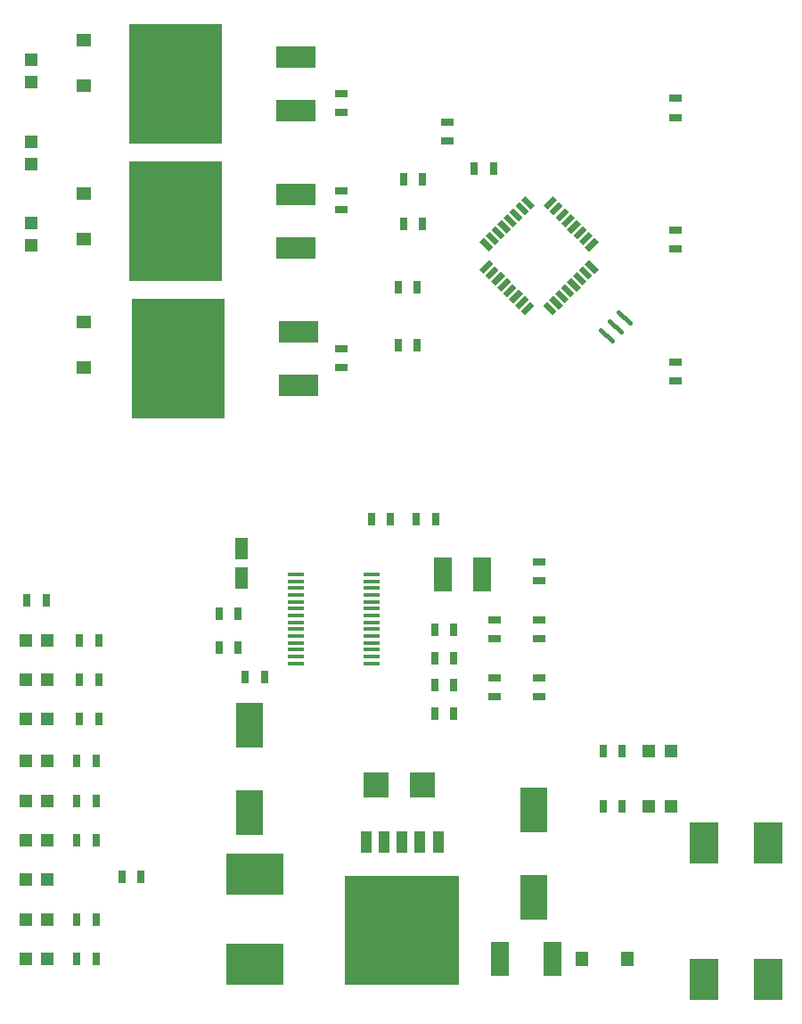
<source format=gbr>
G04 EAGLE Gerber RS-274X export*
G75*
%MOMM*%
%FSLAX34Y34*%
%LPD*%
%INSolderpaste Top*%
%IPPOS*%
%AMOC8*
5,1,8,0,0,1.08239X$1,22.5*%
G01*
%ADD10R,1.200000X1.200000*%
%ADD11R,1.270000X1.470000*%
%ADD12R,0.800000X1.200000*%
%ADD13R,1.780000X3.200000*%
%ADD14R,2.800000X2.400000*%
%ADD15R,2.799081X1.485900*%
%ADD16R,1.200000X0.800000*%
%ADD17R,1.470000X1.270000*%
%ADD18R,3.810000X2.082800*%
%ADD19R,8.890000X11.430000*%
%ADD20R,1.500000X0.400000*%
%ADD21R,1.700000X3.300000*%
%ADD22R,1.200000X2.000000*%
%ADD23R,1.270000X0.558800*%
%ADD24R,0.558800X1.270000*%
%ADD25C,0.450000*%
%ADD26R,2.500000X4.300000*%
%ADD27R,5.500000X4.000000*%
%ADD28R,10.800000X10.410000*%
%ADD29R,1.066800X2.159000*%
%ADD30R,2.400000X2.400000*%


D10*
X728000Y200000D03*
X707000Y200000D03*
D11*
X686500Y55000D03*
X643500Y55000D03*
D12*
X681500Y200000D03*
X663500Y200000D03*
D13*
X614900Y55000D03*
X565100Y55000D03*
D14*
X820000Y43000D03*
X820000Y157000D03*
X759000Y43000D03*
X759000Y157000D03*
D15*
X820000Y176391D03*
X758989Y176416D03*
X758989Y23610D03*
X820000Y23610D03*
D16*
X415000Y876500D03*
X415000Y858500D03*
D17*
X170000Y883500D03*
X170000Y926500D03*
D18*
X371400Y859600D03*
X371400Y910400D03*
D19*
X257100Y885000D03*
D16*
X732500Y621500D03*
X732500Y603500D03*
X732500Y746500D03*
X732500Y728500D03*
X415000Y784000D03*
X415000Y766000D03*
D17*
X170000Y738500D03*
X170000Y781500D03*
D18*
X371400Y729600D03*
X371400Y780400D03*
D19*
X257100Y755000D03*
D16*
X415000Y634000D03*
X415000Y616000D03*
D17*
X170000Y616000D03*
X170000Y659000D03*
D18*
X373900Y599600D03*
X373900Y650400D03*
D19*
X259600Y625000D03*
D16*
X732500Y871500D03*
X732500Y853500D03*
D20*
X371250Y419750D03*
X371250Y413250D03*
X371250Y406750D03*
X371250Y400250D03*
X371250Y393750D03*
X371250Y387250D03*
X371250Y380750D03*
X371250Y374250D03*
X371250Y367750D03*
X371250Y361250D03*
X371250Y354750D03*
X371250Y348250D03*
X371250Y341750D03*
X371250Y335250D03*
X443750Y335250D03*
X443750Y341750D03*
X443750Y348250D03*
X443750Y354750D03*
X443750Y361250D03*
X443750Y367750D03*
X443750Y374250D03*
X443750Y380750D03*
X443750Y387250D03*
X443750Y393750D03*
X443750Y400250D03*
X443750Y406750D03*
X443750Y413250D03*
X443750Y419750D03*
D12*
X316500Y350000D03*
X298500Y350000D03*
X316500Y382500D03*
X298500Y382500D03*
X341500Y322500D03*
X323500Y322500D03*
D21*
X511500Y420000D03*
X548500Y420000D03*
D12*
X503500Y340000D03*
X521500Y340000D03*
X503500Y367500D03*
X521500Y367500D03*
D16*
X560000Y358500D03*
X560000Y376500D03*
X602500Y358500D03*
X602500Y376500D03*
X602500Y303500D03*
X602500Y321500D03*
X560000Y303500D03*
X560000Y321500D03*
D12*
X521500Y315000D03*
X503500Y315000D03*
D16*
X602500Y431500D03*
X602500Y413500D03*
D12*
X521500Y287500D03*
X503500Y287500D03*
D22*
X320000Y444000D03*
X320000Y416000D03*
D12*
X504000Y472500D03*
X486000Y472500D03*
X461500Y472500D03*
X443500Y472500D03*
D16*
X515000Y831000D03*
X515000Y849000D03*
D12*
X473500Y795000D03*
X491500Y795000D03*
X473500Y752500D03*
X491500Y752500D03*
X663500Y252500D03*
X681500Y252500D03*
D10*
X728000Y252500D03*
X707000Y252500D03*
D23*
G36*
X610540Y678813D02*
X619519Y669834D01*
X615568Y665883D01*
X606589Y674862D01*
X610540Y678813D01*
G37*
G36*
X616197Y684470D02*
X625176Y675491D01*
X621225Y671540D01*
X612246Y680519D01*
X616197Y684470D01*
G37*
G36*
X621854Y690126D02*
X630833Y681147D01*
X626882Y677196D01*
X617903Y686175D01*
X621854Y690126D01*
G37*
G36*
X627511Y695783D02*
X636490Y686804D01*
X632539Y682853D01*
X623560Y691832D01*
X627511Y695783D01*
G37*
G36*
X633168Y701440D02*
X642147Y692461D01*
X638196Y688510D01*
X629217Y697489D01*
X633168Y701440D01*
G37*
G36*
X638825Y707097D02*
X647804Y698118D01*
X643853Y694167D01*
X634874Y703146D01*
X638825Y707097D01*
G37*
G36*
X644481Y712754D02*
X653460Y703775D01*
X649509Y699824D01*
X640530Y708803D01*
X644481Y712754D01*
G37*
G36*
X650138Y718411D02*
X659117Y709432D01*
X655166Y705481D01*
X646187Y714460D01*
X650138Y718411D01*
G37*
D24*
G36*
X655166Y739519D02*
X659117Y735568D01*
X650138Y726589D01*
X646187Y730540D01*
X655166Y739519D01*
G37*
G36*
X649509Y745176D02*
X653460Y741225D01*
X644481Y732246D01*
X640530Y736197D01*
X649509Y745176D01*
G37*
G36*
X643853Y750833D02*
X647804Y746882D01*
X638825Y737903D01*
X634874Y741854D01*
X643853Y750833D01*
G37*
G36*
X638196Y756490D02*
X642147Y752539D01*
X633168Y743560D01*
X629217Y747511D01*
X638196Y756490D01*
G37*
G36*
X632539Y762147D02*
X636490Y758196D01*
X627511Y749217D01*
X623560Y753168D01*
X632539Y762147D01*
G37*
G36*
X626882Y767804D02*
X630833Y763853D01*
X621854Y754874D01*
X617903Y758825D01*
X626882Y767804D01*
G37*
G36*
X621225Y773460D02*
X625176Y769509D01*
X616197Y760530D01*
X612246Y764481D01*
X621225Y773460D01*
G37*
G36*
X615568Y779117D02*
X619519Y775166D01*
X610540Y766187D01*
X606589Y770138D01*
X615568Y779117D01*
G37*
D23*
G36*
X589432Y779117D02*
X598411Y770138D01*
X594460Y766187D01*
X585481Y775166D01*
X589432Y779117D01*
G37*
G36*
X583775Y773460D02*
X592754Y764481D01*
X588803Y760530D01*
X579824Y769509D01*
X583775Y773460D01*
G37*
G36*
X578118Y767804D02*
X587097Y758825D01*
X583146Y754874D01*
X574167Y763853D01*
X578118Y767804D01*
G37*
G36*
X572461Y762147D02*
X581440Y753168D01*
X577489Y749217D01*
X568510Y758196D01*
X572461Y762147D01*
G37*
G36*
X566804Y756490D02*
X575783Y747511D01*
X571832Y743560D01*
X562853Y752539D01*
X566804Y756490D01*
G37*
G36*
X561147Y750833D02*
X570126Y741854D01*
X566175Y737903D01*
X557196Y746882D01*
X561147Y750833D01*
G37*
G36*
X555491Y745176D02*
X564470Y736197D01*
X560519Y732246D01*
X551540Y741225D01*
X555491Y745176D01*
G37*
G36*
X549834Y739519D02*
X558813Y730540D01*
X554862Y726589D01*
X545883Y735568D01*
X549834Y739519D01*
G37*
D24*
G36*
X554862Y718411D02*
X558813Y714460D01*
X549834Y705481D01*
X545883Y709432D01*
X554862Y718411D01*
G37*
G36*
X560519Y712754D02*
X564470Y708803D01*
X555491Y699824D01*
X551540Y703775D01*
X560519Y712754D01*
G37*
G36*
X566175Y707097D02*
X570126Y703146D01*
X561147Y694167D01*
X557196Y698118D01*
X566175Y707097D01*
G37*
G36*
X571832Y701440D02*
X575783Y697489D01*
X566804Y688510D01*
X562853Y692461D01*
X571832Y701440D01*
G37*
G36*
X577489Y695783D02*
X581440Y691832D01*
X572461Y682853D01*
X568510Y686804D01*
X577489Y695783D01*
G37*
G36*
X583146Y690126D02*
X587097Y686175D01*
X578118Y677196D01*
X574167Y681147D01*
X583146Y690126D01*
G37*
G36*
X588803Y684470D02*
X592754Y680519D01*
X583775Y671540D01*
X579824Y675491D01*
X588803Y684470D01*
G37*
G36*
X594460Y678813D02*
X598411Y674862D01*
X589432Y665883D01*
X585481Y669834D01*
X594460Y678813D01*
G37*
D12*
X559000Y805000D03*
X541000Y805000D03*
X486500Y692500D03*
X468500Y692500D03*
D25*
X661371Y651659D02*
X671659Y641371D01*
X680144Y649856D02*
X669856Y660144D01*
X678341Y668629D02*
X688629Y658341D01*
D12*
X486500Y637500D03*
X468500Y637500D03*
D26*
X327500Y193500D03*
X327500Y276500D03*
X597500Y113500D03*
X597500Y196500D03*
D27*
X332500Y135000D03*
X332500Y50000D03*
D28*
X472500Y82100D03*
D29*
X506536Y165412D03*
X489518Y165412D03*
X472500Y165412D03*
X455482Y165412D03*
X438464Y165412D03*
D30*
X492000Y220000D03*
X448000Y220000D03*
D10*
X120000Y753000D03*
X120000Y732000D03*
X120000Y908000D03*
X120000Y887000D03*
X120000Y830500D03*
X120000Y809500D03*
D12*
X184000Y357500D03*
X166000Y357500D03*
D10*
X114500Y357500D03*
X135500Y357500D03*
D12*
X184000Y282500D03*
X166000Y282500D03*
D10*
X114500Y282500D03*
X135500Y282500D03*
D12*
X181500Y242500D03*
X163500Y242500D03*
D10*
X114500Y242500D03*
X135500Y242500D03*
D12*
X181500Y205000D03*
X163500Y205000D03*
D10*
X114500Y205000D03*
X135500Y205000D03*
D12*
X181500Y167500D03*
X163500Y167500D03*
D10*
X114500Y167500D03*
X135500Y167500D03*
D12*
X224000Y132500D03*
X206000Y132500D03*
D10*
X114500Y130000D03*
X135500Y130000D03*
D12*
X181500Y92500D03*
X163500Y92500D03*
D10*
X114500Y92500D03*
X135500Y92500D03*
D12*
X181500Y55000D03*
X163500Y55000D03*
D10*
X114500Y55000D03*
X135500Y55000D03*
D12*
X184000Y320000D03*
X166000Y320000D03*
D10*
X114500Y320000D03*
X135500Y320000D03*
D12*
X116000Y395000D03*
X134000Y395000D03*
M02*

</source>
